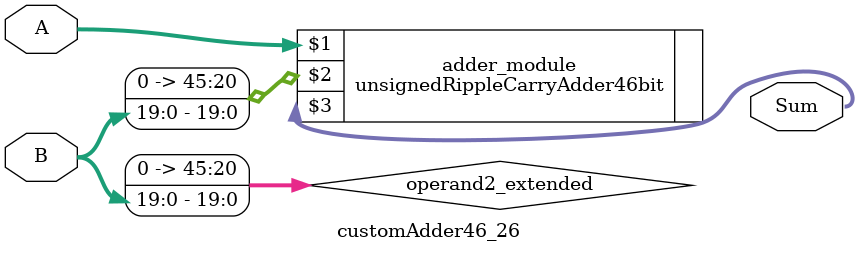
<source format=v>
module customAdder46_26(
                        input [45 : 0] A,
                        input [19 : 0] B,
                        
                        output [46 : 0] Sum
                );

        wire [45 : 0] operand2_extended;
        
        assign operand2_extended =  {26'b0, B};
        
        unsignedRippleCarryAdder46bit adder_module(
            A,
            operand2_extended,
            Sum
        );
        
        endmodule
        
</source>
